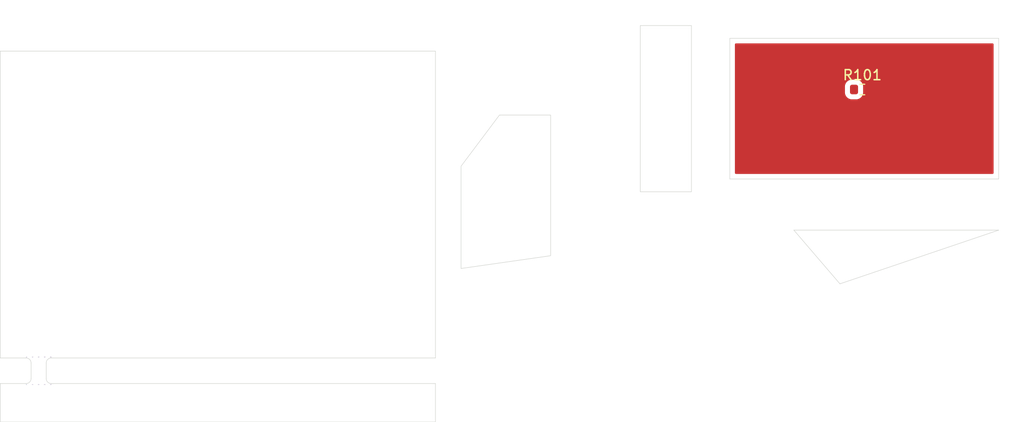
<source format=kicad_pcb>
(kicad_pcb (version 20221018) (generator pcbnew)
  (layers (0 "F.Cu" signal) (1 "In1.Cu" signal) (2 "In2.Cu" signal) (31 "B.Cu" signal) (34 "B.Paste" user) (35 "F.Paste" user) (36 "B.SilkS" user "B.Silkscreen") (37 "F.SilkS" user "F.Silkscreen") (38 "B.Mask" user) (39 "F.Mask" user) (44 "Edge.Cuts" user))
  (net 0 "")
  (net 2 "GND")
  (footprint "Resistor_SMD:R_0603_1608Metric" (layer "F.Cu") (at 165.291 74.168)
    (fp_text reference "R101" (at 0 -1.43) (layer "F.SilkS"))
    (fp_text value "R_US")
    (fp_line (start -0.237258 -0.5225) (end 0.237258 -0.5225) (stroke (width 0.12)) (layer "F.SilkS"))
    (fp_line (start -0.237258 0.5225) (end 0.237258 0.5225) (stroke (width 0.12)) (layer "F.SilkS"))
    (pad "1" smd roundrect (at -0.825 0) (size 0.8 0.95) (layers "F.Cu" "F.Paste" "F.Mask"))
    (pad "2" smd roundrect (at 0.825 0) (size 0.8 0.95) (layers "F.Cu" "F.Paste" "F.Mask") (net 2 "GND"))
  )
  (gr_rect (start 143.256 67.818) (end 148.336 84.328) (stroke (width 0.05)) (fill none) (layer "Edge.Cuts"))
  (gr_line (start 158.496 88.138) (end 163.068 93.472) (stroke (width 0.05)) (layer "Edge.Cuts"))
  (gr_line (start 82.816 101.338) (end 82.816 102.878) (stroke (width 0.05)) (layer "Edge.Cuts"))
  (gr_arc (start 84.316 101.338) (mid 84.462447 100.984447) (end 84.816 100.838) (stroke (width 0.05)) (layer "Edge.Cuts"))
  (gr_line (start 79.756 100.838) (end 79.756 70.358) (stroke (width 0.05)) (layer "Edge.Cuts"))
  (gr_line (start 178.816 88.138) (end 163.068 93.472) (stroke (width 0.05)) (layer "Edge.Cuts"))
  (gr_line (start 152.146 83.058) (end 178.816 83.058) (stroke (width 0.05)) (layer "Edge.Cuts"))
  (gr_line (start 122.936 107.188) (end 79.756 107.188) (stroke (width 0.05)) (layer "Edge.Cuts"))
  (gr_arc (start 82.816 102.878) (mid 82.669553 103.231553) (end 82.316 103.378) (stroke (width 0.05)) (layer "Edge.Cuts"))
  (gr_line (start 178.816 69.088) (end 178.816 83.058) (stroke (width 0.05)) (layer "Edge.Cuts"))
  (gr_arc (start 84.816 103.378) (mid 84.462447 103.231553) (end 84.316 102.878) (stroke (width 0.05)) (layer "Edge.Cuts"))
  (gr_line (start 84.816 103.378) (end 122.936 103.378) (stroke (width 0.05)) (layer "Edge.Cuts"))
  (gr_line (start 152.146 69.088) (end 178.816 69.088) (stroke (width 0.05)) (layer "Edge.Cuts"))
  (gr_line (start 84.316 101.338) (end 84.316 102.878) (stroke (width 0.05)) (layer "Edge.Cuts"))
  (gr_line (start 122.936 103.378) (end 122.936 107.188) (stroke (width 0.05)) (layer "Edge.Cuts"))
  (gr_line (start 82.316 100.838) (end 79.756 100.838) (stroke (width 0.05)) (layer "Edge.Cuts"))
  (gr_line (start 79.756 107.188) (end 79.756 103.378) (stroke (width 0.05)) (layer "Edge.Cuts"))
  (gr_arc (start 82.316 100.838) (mid 82.669553 100.984447) (end 82.816 101.338) (stroke (width 0.05)) (layer "Edge.Cuts"))
  (gr_line (start 158.496 88.138) (end 178.816 88.138) (stroke (width 0.05)) (layer "Edge.Cuts"))
  (gr_poly (pts (xy 125.476 81.788) (xy 125.476 91.948) (xy 134.366 90.678) (xy 134.366 76.708) (xy 129.286 76.708)) (stroke (width 0.05)) (fill none) (layer "Edge.Cuts"))
  (gr_line (start 79.756 70.358) (end 122.936 70.358) (stroke (width 0.05)) (layer "Edge.Cuts"))
  (gr_line (start 122.936 70.358) (end 122.936 100.838) (stroke (width 0.05)) (layer "Edge.Cuts"))
  (gr_line (start 84.816 100.838) (end 122.936 100.838) (stroke (width 0.05)) (layer "Edge.Cuts"))
  (gr_line (start 152.146 83.058) (end 152.146 69.088) (stroke (width 0.05)) (layer "Edge.Cuts"))
  (gr_line (start 82.316 103.378) (end 79.756 103.378) (stroke (width 0.05)) (layer "Edge.Cuts"))
  (via (at 83.566 103.478) (size 0.1) (drill 0.4) (layers "F.Cu" "B.Cu") (net 0))
  (via (at 82.966 100.738) (size 0.1) (drill 0.4) (layers "F.Cu" "B.Cu") (net 0))
  (via (at 83.566 100.738) (size 0.1) (drill 0.4) (layers "F.Cu" "B.Cu") (net 0))
  (via (at 84.766 100.738) (size 0.1) (drill 0.4) (layers "F.Cu" "B.Cu") (net 0))
  (via (at 84.166 100.738) (size 0.1) (drill 0.4) (layers "F.Cu" "B.Cu") (net 0))
  (via (at 82.966 103.478) (size 0.1) (drill 0.4) (layers "F.Cu" "B.Cu") (net 0))
  (via (at 82.366 100.738) (size 0.1) (drill 0.4) (layers "F.Cu" "B.Cu") (net 0))
  (via (at 84.766 103.478) (size 0.1) (drill 0.4) (layers "F.Cu" "B.Cu") (net 0))
  (via (at 82.366 103.478) (size 0.1) (drill 0.4) (layers "F.Cu" "B.Cu") (net 0))
  (via (at 84.166 103.478) (size 0.1) (drill 0.4) (layers "F.Cu" "B.Cu") (net 0))
  (zone (net 2) (net_name "GND") (layer "F.Cu") (connect_pads thru_hole_only (clearance 0.5)) (min_thickness 0.2) (fill yes (thermal_gap 0.5) (thermal_bridge_width 0.5))
    (polygon (pts (xy 150.876 65.278) (xy 150.876 94.488) (xy 181.356 94.488) (xy 181.356 65.278)))
  )
)
</source>
